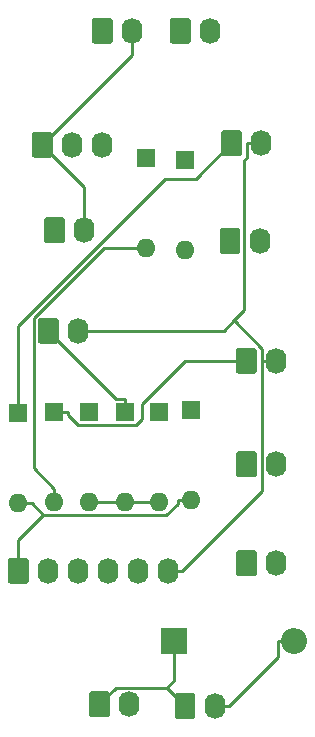
<source format=gbr>
G04 #@! TF.GenerationSoftware,KiCad,Pcbnew,(5.1.5-0-10_14)*
G04 #@! TF.CreationDate,2021-04-18T14:49:03+10:00*
G04 #@! TF.ProjectId,OH - Right Console - 12 -  Canopy Switch Breakers,4f48202d-2052-4696-9768-7420436f6e73,rev?*
G04 #@! TF.SameCoordinates,Original*
G04 #@! TF.FileFunction,Copper,L2,Bot*
G04 #@! TF.FilePolarity,Positive*
%FSLAX46Y46*%
G04 Gerber Fmt 4.6, Leading zero omitted, Abs format (unit mm)*
G04 Created by KiCad (PCBNEW (5.1.5-0-10_14)) date 2021-04-18 14:49:03*
%MOMM*%
%LPD*%
G04 APERTURE LIST*
%ADD10O,1.740000X2.200000*%
%ADD11C,0.100000*%
%ADD12O,2.200000X2.200000*%
%ADD13R,2.200000X2.200000*%
%ADD14O,1.600000X1.600000*%
%ADD15R,1.600000X1.600000*%
%ADD16C,0.250000*%
G04 APERTURE END LIST*
D10*
X109474000Y-110998000D03*
G04 #@! TA.AperFunction,ComponentPad*
D11*
G36*
X107578505Y-109899204D02*
G01*
X107602773Y-109902804D01*
X107626572Y-109908765D01*
X107649671Y-109917030D01*
X107671850Y-109927520D01*
X107692893Y-109940132D01*
X107712599Y-109954747D01*
X107730777Y-109971223D01*
X107747253Y-109989401D01*
X107761868Y-110009107D01*
X107774480Y-110030150D01*
X107784970Y-110052329D01*
X107793235Y-110075428D01*
X107799196Y-110099227D01*
X107802796Y-110123495D01*
X107804000Y-110147999D01*
X107804000Y-111848001D01*
X107802796Y-111872505D01*
X107799196Y-111896773D01*
X107793235Y-111920572D01*
X107784970Y-111943671D01*
X107774480Y-111965850D01*
X107761868Y-111986893D01*
X107747253Y-112006599D01*
X107730777Y-112024777D01*
X107712599Y-112041253D01*
X107692893Y-112055868D01*
X107671850Y-112068480D01*
X107649671Y-112078970D01*
X107626572Y-112087235D01*
X107602773Y-112093196D01*
X107578505Y-112096796D01*
X107554001Y-112098000D01*
X106313999Y-112098000D01*
X106289495Y-112096796D01*
X106265227Y-112093196D01*
X106241428Y-112087235D01*
X106218329Y-112078970D01*
X106196150Y-112068480D01*
X106175107Y-112055868D01*
X106155401Y-112041253D01*
X106137223Y-112024777D01*
X106120747Y-112006599D01*
X106106132Y-111986893D01*
X106093520Y-111965850D01*
X106083030Y-111943671D01*
X106074765Y-111920572D01*
X106068804Y-111896773D01*
X106065204Y-111872505D01*
X106064000Y-111848001D01*
X106064000Y-110147999D01*
X106065204Y-110123495D01*
X106068804Y-110099227D01*
X106074765Y-110075428D01*
X106083030Y-110052329D01*
X106093520Y-110030150D01*
X106106132Y-110009107D01*
X106120747Y-109989401D01*
X106137223Y-109971223D01*
X106155401Y-109954747D01*
X106175107Y-109940132D01*
X106196150Y-109927520D01*
X106218329Y-109917030D01*
X106241428Y-109908765D01*
X106265227Y-109902804D01*
X106289495Y-109899204D01*
X106313999Y-109898000D01*
X107554001Y-109898000D01*
X107578505Y-109899204D01*
G37*
G04 #@! TD.AperFunction*
D10*
X94615000Y-110109000D03*
G04 #@! TA.AperFunction,ComponentPad*
D11*
G36*
X92719505Y-109010204D02*
G01*
X92743773Y-109013804D01*
X92767572Y-109019765D01*
X92790671Y-109028030D01*
X92812850Y-109038520D01*
X92833893Y-109051132D01*
X92853599Y-109065747D01*
X92871777Y-109082223D01*
X92888253Y-109100401D01*
X92902868Y-109120107D01*
X92915480Y-109141150D01*
X92925970Y-109163329D01*
X92934235Y-109186428D01*
X92940196Y-109210227D01*
X92943796Y-109234495D01*
X92945000Y-109258999D01*
X92945000Y-110959001D01*
X92943796Y-110983505D01*
X92940196Y-111007773D01*
X92934235Y-111031572D01*
X92925970Y-111054671D01*
X92915480Y-111076850D01*
X92902868Y-111097893D01*
X92888253Y-111117599D01*
X92871777Y-111135777D01*
X92853599Y-111152253D01*
X92833893Y-111166868D01*
X92812850Y-111179480D01*
X92790671Y-111189970D01*
X92767572Y-111198235D01*
X92743773Y-111204196D01*
X92719505Y-111207796D01*
X92695001Y-111209000D01*
X91454999Y-111209000D01*
X91430495Y-111207796D01*
X91406227Y-111204196D01*
X91382428Y-111198235D01*
X91359329Y-111189970D01*
X91337150Y-111179480D01*
X91316107Y-111166868D01*
X91296401Y-111152253D01*
X91278223Y-111135777D01*
X91261747Y-111117599D01*
X91247132Y-111097893D01*
X91234520Y-111076850D01*
X91224030Y-111054671D01*
X91215765Y-111031572D01*
X91209804Y-111007773D01*
X91206204Y-110983505D01*
X91205000Y-110959001D01*
X91205000Y-109258999D01*
X91206204Y-109234495D01*
X91209804Y-109210227D01*
X91215765Y-109186428D01*
X91224030Y-109163329D01*
X91234520Y-109141150D01*
X91247132Y-109120107D01*
X91261747Y-109100401D01*
X91278223Y-109082223D01*
X91296401Y-109065747D01*
X91316107Y-109051132D01*
X91337150Y-109038520D01*
X91359329Y-109028030D01*
X91382428Y-109019765D01*
X91406227Y-109013804D01*
X91430495Y-109010204D01*
X91454999Y-109009000D01*
X92695001Y-109009000D01*
X92719505Y-109010204D01*
G37*
G04 #@! TD.AperFunction*
D10*
X110871000Y-121158000D03*
G04 #@! TA.AperFunction,ComponentPad*
D11*
G36*
X108975505Y-120059204D02*
G01*
X108999773Y-120062804D01*
X109023572Y-120068765D01*
X109046671Y-120077030D01*
X109068850Y-120087520D01*
X109089893Y-120100132D01*
X109109599Y-120114747D01*
X109127777Y-120131223D01*
X109144253Y-120149401D01*
X109158868Y-120169107D01*
X109171480Y-120190150D01*
X109181970Y-120212329D01*
X109190235Y-120235428D01*
X109196196Y-120259227D01*
X109199796Y-120283495D01*
X109201000Y-120307999D01*
X109201000Y-122008001D01*
X109199796Y-122032505D01*
X109196196Y-122056773D01*
X109190235Y-122080572D01*
X109181970Y-122103671D01*
X109171480Y-122125850D01*
X109158868Y-122146893D01*
X109144253Y-122166599D01*
X109127777Y-122184777D01*
X109109599Y-122201253D01*
X109089893Y-122215868D01*
X109068850Y-122228480D01*
X109046671Y-122238970D01*
X109023572Y-122247235D01*
X108999773Y-122253196D01*
X108975505Y-122256796D01*
X108951001Y-122258000D01*
X107710999Y-122258000D01*
X107686495Y-122256796D01*
X107662227Y-122253196D01*
X107638428Y-122247235D01*
X107615329Y-122238970D01*
X107593150Y-122228480D01*
X107572107Y-122215868D01*
X107552401Y-122201253D01*
X107534223Y-122184777D01*
X107517747Y-122166599D01*
X107503132Y-122146893D01*
X107490520Y-122125850D01*
X107480030Y-122103671D01*
X107471765Y-122080572D01*
X107465804Y-122056773D01*
X107462204Y-122032505D01*
X107461000Y-122008001D01*
X107461000Y-120307999D01*
X107462204Y-120283495D01*
X107465804Y-120259227D01*
X107471765Y-120235428D01*
X107480030Y-120212329D01*
X107490520Y-120190150D01*
X107503132Y-120169107D01*
X107517747Y-120149401D01*
X107534223Y-120131223D01*
X107552401Y-120114747D01*
X107572107Y-120100132D01*
X107593150Y-120087520D01*
X107615329Y-120077030D01*
X107638428Y-120068765D01*
X107662227Y-120062804D01*
X107686495Y-120059204D01*
X107710999Y-120058000D01*
X108951001Y-120058000D01*
X108975505Y-120059204D01*
G37*
G04 #@! TD.AperFunction*
D10*
X94107000Y-118618000D03*
G04 #@! TA.AperFunction,ComponentPad*
D11*
G36*
X92211505Y-117519204D02*
G01*
X92235773Y-117522804D01*
X92259572Y-117528765D01*
X92282671Y-117537030D01*
X92304850Y-117547520D01*
X92325893Y-117560132D01*
X92345599Y-117574747D01*
X92363777Y-117591223D01*
X92380253Y-117609401D01*
X92394868Y-117629107D01*
X92407480Y-117650150D01*
X92417970Y-117672329D01*
X92426235Y-117695428D01*
X92432196Y-117719227D01*
X92435796Y-117743495D01*
X92437000Y-117767999D01*
X92437000Y-119468001D01*
X92435796Y-119492505D01*
X92432196Y-119516773D01*
X92426235Y-119540572D01*
X92417970Y-119563671D01*
X92407480Y-119585850D01*
X92394868Y-119606893D01*
X92380253Y-119626599D01*
X92363777Y-119644777D01*
X92345599Y-119661253D01*
X92325893Y-119675868D01*
X92304850Y-119688480D01*
X92282671Y-119698970D01*
X92259572Y-119707235D01*
X92235773Y-119713196D01*
X92211505Y-119716796D01*
X92187001Y-119718000D01*
X90946999Y-119718000D01*
X90922495Y-119716796D01*
X90898227Y-119713196D01*
X90874428Y-119707235D01*
X90851329Y-119698970D01*
X90829150Y-119688480D01*
X90808107Y-119675868D01*
X90788401Y-119661253D01*
X90770223Y-119644777D01*
X90753747Y-119626599D01*
X90739132Y-119606893D01*
X90726520Y-119585850D01*
X90716030Y-119563671D01*
X90707765Y-119540572D01*
X90701804Y-119516773D01*
X90698204Y-119492505D01*
X90697000Y-119468001D01*
X90697000Y-117767999D01*
X90698204Y-117743495D01*
X90701804Y-117719227D01*
X90707765Y-117695428D01*
X90716030Y-117672329D01*
X90726520Y-117650150D01*
X90739132Y-117629107D01*
X90753747Y-117609401D01*
X90770223Y-117591223D01*
X90788401Y-117574747D01*
X90808107Y-117560132D01*
X90829150Y-117547520D01*
X90851329Y-117537030D01*
X90874428Y-117528765D01*
X90898227Y-117522804D01*
X90922495Y-117519204D01*
X90946999Y-117518000D01*
X92187001Y-117518000D01*
X92211505Y-117519204D01*
G37*
G04 #@! TD.AperFunction*
D10*
X96139000Y-102870000D03*
X93599000Y-102870000D03*
G04 #@! TA.AperFunction,ComponentPad*
D11*
G36*
X91703505Y-101771204D02*
G01*
X91727773Y-101774804D01*
X91751572Y-101780765D01*
X91774671Y-101789030D01*
X91796850Y-101799520D01*
X91817893Y-101812132D01*
X91837599Y-101826747D01*
X91855777Y-101843223D01*
X91872253Y-101861401D01*
X91886868Y-101881107D01*
X91899480Y-101902150D01*
X91909970Y-101924329D01*
X91918235Y-101947428D01*
X91924196Y-101971227D01*
X91927796Y-101995495D01*
X91929000Y-102019999D01*
X91929000Y-103720001D01*
X91927796Y-103744505D01*
X91924196Y-103768773D01*
X91918235Y-103792572D01*
X91909970Y-103815671D01*
X91899480Y-103837850D01*
X91886868Y-103858893D01*
X91872253Y-103878599D01*
X91855777Y-103896777D01*
X91837599Y-103913253D01*
X91817893Y-103927868D01*
X91796850Y-103940480D01*
X91774671Y-103950970D01*
X91751572Y-103959235D01*
X91727773Y-103965196D01*
X91703505Y-103968796D01*
X91679001Y-103970000D01*
X90438999Y-103970000D01*
X90414495Y-103968796D01*
X90390227Y-103965196D01*
X90366428Y-103959235D01*
X90343329Y-103950970D01*
X90321150Y-103940480D01*
X90300107Y-103927868D01*
X90280401Y-103913253D01*
X90262223Y-103896777D01*
X90245747Y-103878599D01*
X90231132Y-103858893D01*
X90218520Y-103837850D01*
X90208030Y-103815671D01*
X90199765Y-103792572D01*
X90193804Y-103768773D01*
X90190204Y-103744505D01*
X90189000Y-103720001D01*
X90189000Y-102019999D01*
X90190204Y-101995495D01*
X90193804Y-101971227D01*
X90199765Y-101947428D01*
X90208030Y-101924329D01*
X90218520Y-101902150D01*
X90231132Y-101881107D01*
X90245747Y-101861401D01*
X90262223Y-101843223D01*
X90280401Y-101826747D01*
X90300107Y-101812132D01*
X90321150Y-101799520D01*
X90343329Y-101789030D01*
X90366428Y-101780765D01*
X90390227Y-101774804D01*
X90414495Y-101771204D01*
X90438999Y-101770000D01*
X91679001Y-101770000D01*
X91703505Y-101771204D01*
G37*
G04 #@! TD.AperFunction*
D10*
X105283000Y-93218000D03*
G04 #@! TA.AperFunction,ComponentPad*
D11*
G36*
X103387505Y-92119204D02*
G01*
X103411773Y-92122804D01*
X103435572Y-92128765D01*
X103458671Y-92137030D01*
X103480850Y-92147520D01*
X103501893Y-92160132D01*
X103521599Y-92174747D01*
X103539777Y-92191223D01*
X103556253Y-92209401D01*
X103570868Y-92229107D01*
X103583480Y-92250150D01*
X103593970Y-92272329D01*
X103602235Y-92295428D01*
X103608196Y-92319227D01*
X103611796Y-92343495D01*
X103613000Y-92367999D01*
X103613000Y-94068001D01*
X103611796Y-94092505D01*
X103608196Y-94116773D01*
X103602235Y-94140572D01*
X103593970Y-94163671D01*
X103583480Y-94185850D01*
X103570868Y-94206893D01*
X103556253Y-94226599D01*
X103539777Y-94244777D01*
X103521599Y-94261253D01*
X103501893Y-94275868D01*
X103480850Y-94288480D01*
X103458671Y-94298970D01*
X103435572Y-94307235D01*
X103411773Y-94313196D01*
X103387505Y-94316796D01*
X103363001Y-94318000D01*
X102122999Y-94318000D01*
X102098495Y-94316796D01*
X102074227Y-94313196D01*
X102050428Y-94307235D01*
X102027329Y-94298970D01*
X102005150Y-94288480D01*
X101984107Y-94275868D01*
X101964401Y-94261253D01*
X101946223Y-94244777D01*
X101929747Y-94226599D01*
X101915132Y-94206893D01*
X101902520Y-94185850D01*
X101892030Y-94163671D01*
X101883765Y-94140572D01*
X101877804Y-94116773D01*
X101874204Y-94092505D01*
X101873000Y-94068001D01*
X101873000Y-92367999D01*
X101874204Y-92343495D01*
X101877804Y-92319227D01*
X101883765Y-92295428D01*
X101892030Y-92272329D01*
X101902520Y-92250150D01*
X101915132Y-92229107D01*
X101929747Y-92209401D01*
X101946223Y-92191223D01*
X101964401Y-92174747D01*
X101984107Y-92160132D01*
X102005150Y-92147520D01*
X102027329Y-92137030D01*
X102050428Y-92128765D01*
X102074227Y-92122804D01*
X102098495Y-92119204D01*
X102122999Y-92118000D01*
X103363001Y-92118000D01*
X103387505Y-92119204D01*
G37*
G04 #@! TD.AperFunction*
D10*
X98679000Y-93218000D03*
G04 #@! TA.AperFunction,ComponentPad*
D11*
G36*
X96783505Y-92119204D02*
G01*
X96807773Y-92122804D01*
X96831572Y-92128765D01*
X96854671Y-92137030D01*
X96876850Y-92147520D01*
X96897893Y-92160132D01*
X96917599Y-92174747D01*
X96935777Y-92191223D01*
X96952253Y-92209401D01*
X96966868Y-92229107D01*
X96979480Y-92250150D01*
X96989970Y-92272329D01*
X96998235Y-92295428D01*
X97004196Y-92319227D01*
X97007796Y-92343495D01*
X97009000Y-92367999D01*
X97009000Y-94068001D01*
X97007796Y-94092505D01*
X97004196Y-94116773D01*
X96998235Y-94140572D01*
X96989970Y-94163671D01*
X96979480Y-94185850D01*
X96966868Y-94206893D01*
X96952253Y-94226599D01*
X96935777Y-94244777D01*
X96917599Y-94261253D01*
X96897893Y-94275868D01*
X96876850Y-94288480D01*
X96854671Y-94298970D01*
X96831572Y-94307235D01*
X96807773Y-94313196D01*
X96783505Y-94316796D01*
X96759001Y-94318000D01*
X95518999Y-94318000D01*
X95494495Y-94316796D01*
X95470227Y-94313196D01*
X95446428Y-94307235D01*
X95423329Y-94298970D01*
X95401150Y-94288480D01*
X95380107Y-94275868D01*
X95360401Y-94261253D01*
X95342223Y-94244777D01*
X95325747Y-94226599D01*
X95311132Y-94206893D01*
X95298520Y-94185850D01*
X95288030Y-94163671D01*
X95279765Y-94140572D01*
X95273804Y-94116773D01*
X95270204Y-94092505D01*
X95269000Y-94068001D01*
X95269000Y-92367999D01*
X95270204Y-92343495D01*
X95273804Y-92319227D01*
X95279765Y-92295428D01*
X95288030Y-92272329D01*
X95298520Y-92250150D01*
X95311132Y-92229107D01*
X95325747Y-92209401D01*
X95342223Y-92191223D01*
X95360401Y-92174747D01*
X95380107Y-92160132D01*
X95401150Y-92147520D01*
X95423329Y-92137030D01*
X95446428Y-92128765D01*
X95470227Y-92122804D01*
X95494495Y-92119204D01*
X95518999Y-92118000D01*
X96759001Y-92118000D01*
X96783505Y-92119204D01*
G37*
G04 #@! TD.AperFunction*
D10*
X109601000Y-102743000D03*
G04 #@! TA.AperFunction,ComponentPad*
D11*
G36*
X107705505Y-101644204D02*
G01*
X107729773Y-101647804D01*
X107753572Y-101653765D01*
X107776671Y-101662030D01*
X107798850Y-101672520D01*
X107819893Y-101685132D01*
X107839599Y-101699747D01*
X107857777Y-101716223D01*
X107874253Y-101734401D01*
X107888868Y-101754107D01*
X107901480Y-101775150D01*
X107911970Y-101797329D01*
X107920235Y-101820428D01*
X107926196Y-101844227D01*
X107929796Y-101868495D01*
X107931000Y-101892999D01*
X107931000Y-103593001D01*
X107929796Y-103617505D01*
X107926196Y-103641773D01*
X107920235Y-103665572D01*
X107911970Y-103688671D01*
X107901480Y-103710850D01*
X107888868Y-103731893D01*
X107874253Y-103751599D01*
X107857777Y-103769777D01*
X107839599Y-103786253D01*
X107819893Y-103800868D01*
X107798850Y-103813480D01*
X107776671Y-103823970D01*
X107753572Y-103832235D01*
X107729773Y-103838196D01*
X107705505Y-103841796D01*
X107681001Y-103843000D01*
X106440999Y-103843000D01*
X106416495Y-103841796D01*
X106392227Y-103838196D01*
X106368428Y-103832235D01*
X106345329Y-103823970D01*
X106323150Y-103813480D01*
X106302107Y-103800868D01*
X106282401Y-103786253D01*
X106264223Y-103769777D01*
X106247747Y-103751599D01*
X106233132Y-103731893D01*
X106220520Y-103710850D01*
X106210030Y-103688671D01*
X106201765Y-103665572D01*
X106195804Y-103641773D01*
X106192204Y-103617505D01*
X106191000Y-103593001D01*
X106191000Y-101892999D01*
X106192204Y-101868495D01*
X106195804Y-101844227D01*
X106201765Y-101820428D01*
X106210030Y-101797329D01*
X106220520Y-101775150D01*
X106233132Y-101754107D01*
X106247747Y-101734401D01*
X106264223Y-101716223D01*
X106282401Y-101699747D01*
X106302107Y-101685132D01*
X106323150Y-101672520D01*
X106345329Y-101662030D01*
X106368428Y-101653765D01*
X106392227Y-101647804D01*
X106416495Y-101644204D01*
X106440999Y-101643000D01*
X107681001Y-101643000D01*
X107705505Y-101644204D01*
G37*
G04 #@! TD.AperFunction*
D10*
X105664000Y-150368000D03*
G04 #@! TA.AperFunction,ComponentPad*
D11*
G36*
X103768505Y-149269204D02*
G01*
X103792773Y-149272804D01*
X103816572Y-149278765D01*
X103839671Y-149287030D01*
X103861850Y-149297520D01*
X103882893Y-149310132D01*
X103902599Y-149324747D01*
X103920777Y-149341223D01*
X103937253Y-149359401D01*
X103951868Y-149379107D01*
X103964480Y-149400150D01*
X103974970Y-149422329D01*
X103983235Y-149445428D01*
X103989196Y-149469227D01*
X103992796Y-149493495D01*
X103994000Y-149517999D01*
X103994000Y-151218001D01*
X103992796Y-151242505D01*
X103989196Y-151266773D01*
X103983235Y-151290572D01*
X103974970Y-151313671D01*
X103964480Y-151335850D01*
X103951868Y-151356893D01*
X103937253Y-151376599D01*
X103920777Y-151394777D01*
X103902599Y-151411253D01*
X103882893Y-151425868D01*
X103861850Y-151438480D01*
X103839671Y-151448970D01*
X103816572Y-151457235D01*
X103792773Y-151463196D01*
X103768505Y-151466796D01*
X103744001Y-151468000D01*
X102503999Y-151468000D01*
X102479495Y-151466796D01*
X102455227Y-151463196D01*
X102431428Y-151457235D01*
X102408329Y-151448970D01*
X102386150Y-151438480D01*
X102365107Y-151425868D01*
X102345401Y-151411253D01*
X102327223Y-151394777D01*
X102310747Y-151376599D01*
X102296132Y-151356893D01*
X102283520Y-151335850D01*
X102273030Y-151313671D01*
X102264765Y-151290572D01*
X102258804Y-151266773D01*
X102255204Y-151242505D01*
X102254000Y-151218001D01*
X102254000Y-149517999D01*
X102255204Y-149493495D01*
X102258804Y-149469227D01*
X102264765Y-149445428D01*
X102273030Y-149422329D01*
X102283520Y-149400150D01*
X102296132Y-149379107D01*
X102310747Y-149359401D01*
X102327223Y-149341223D01*
X102345401Y-149324747D01*
X102365107Y-149310132D01*
X102386150Y-149297520D01*
X102408329Y-149287030D01*
X102431428Y-149278765D01*
X102455227Y-149272804D01*
X102479495Y-149269204D01*
X102503999Y-149268000D01*
X103744001Y-149268000D01*
X103768505Y-149269204D01*
G37*
G04 #@! TD.AperFunction*
D10*
X110871000Y-129921000D03*
G04 #@! TA.AperFunction,ComponentPad*
D11*
G36*
X108975505Y-128822204D02*
G01*
X108999773Y-128825804D01*
X109023572Y-128831765D01*
X109046671Y-128840030D01*
X109068850Y-128850520D01*
X109089893Y-128863132D01*
X109109599Y-128877747D01*
X109127777Y-128894223D01*
X109144253Y-128912401D01*
X109158868Y-128932107D01*
X109171480Y-128953150D01*
X109181970Y-128975329D01*
X109190235Y-128998428D01*
X109196196Y-129022227D01*
X109199796Y-129046495D01*
X109201000Y-129070999D01*
X109201000Y-130771001D01*
X109199796Y-130795505D01*
X109196196Y-130819773D01*
X109190235Y-130843572D01*
X109181970Y-130866671D01*
X109171480Y-130888850D01*
X109158868Y-130909893D01*
X109144253Y-130929599D01*
X109127777Y-130947777D01*
X109109599Y-130964253D01*
X109089893Y-130978868D01*
X109068850Y-130991480D01*
X109046671Y-131001970D01*
X109023572Y-131010235D01*
X108999773Y-131016196D01*
X108975505Y-131019796D01*
X108951001Y-131021000D01*
X107710999Y-131021000D01*
X107686495Y-131019796D01*
X107662227Y-131016196D01*
X107638428Y-131010235D01*
X107615329Y-131001970D01*
X107593150Y-130991480D01*
X107572107Y-130978868D01*
X107552401Y-130964253D01*
X107534223Y-130947777D01*
X107517747Y-130929599D01*
X107503132Y-130909893D01*
X107490520Y-130888850D01*
X107480030Y-130866671D01*
X107471765Y-130843572D01*
X107465804Y-130819773D01*
X107462204Y-130795505D01*
X107461000Y-130771001D01*
X107461000Y-129070999D01*
X107462204Y-129046495D01*
X107465804Y-129022227D01*
X107471765Y-128998428D01*
X107480030Y-128975329D01*
X107490520Y-128953150D01*
X107503132Y-128932107D01*
X107517747Y-128912401D01*
X107534223Y-128894223D01*
X107552401Y-128877747D01*
X107572107Y-128863132D01*
X107593150Y-128850520D01*
X107615329Y-128840030D01*
X107638428Y-128831765D01*
X107662227Y-128825804D01*
X107686495Y-128822204D01*
X107710999Y-128821000D01*
X108951001Y-128821000D01*
X108975505Y-128822204D01*
G37*
G04 #@! TD.AperFunction*
D10*
X110871000Y-138303000D03*
G04 #@! TA.AperFunction,ComponentPad*
D11*
G36*
X108975505Y-137204204D02*
G01*
X108999773Y-137207804D01*
X109023572Y-137213765D01*
X109046671Y-137222030D01*
X109068850Y-137232520D01*
X109089893Y-137245132D01*
X109109599Y-137259747D01*
X109127777Y-137276223D01*
X109144253Y-137294401D01*
X109158868Y-137314107D01*
X109171480Y-137335150D01*
X109181970Y-137357329D01*
X109190235Y-137380428D01*
X109196196Y-137404227D01*
X109199796Y-137428495D01*
X109201000Y-137452999D01*
X109201000Y-139153001D01*
X109199796Y-139177505D01*
X109196196Y-139201773D01*
X109190235Y-139225572D01*
X109181970Y-139248671D01*
X109171480Y-139270850D01*
X109158868Y-139291893D01*
X109144253Y-139311599D01*
X109127777Y-139329777D01*
X109109599Y-139346253D01*
X109089893Y-139360868D01*
X109068850Y-139373480D01*
X109046671Y-139383970D01*
X109023572Y-139392235D01*
X108999773Y-139398196D01*
X108975505Y-139401796D01*
X108951001Y-139403000D01*
X107710999Y-139403000D01*
X107686495Y-139401796D01*
X107662227Y-139398196D01*
X107638428Y-139392235D01*
X107615329Y-139383970D01*
X107593150Y-139373480D01*
X107572107Y-139360868D01*
X107552401Y-139346253D01*
X107534223Y-139329777D01*
X107517747Y-139311599D01*
X107503132Y-139291893D01*
X107490520Y-139270850D01*
X107480030Y-139248671D01*
X107471765Y-139225572D01*
X107465804Y-139201773D01*
X107462204Y-139177505D01*
X107461000Y-139153001D01*
X107461000Y-137452999D01*
X107462204Y-137428495D01*
X107465804Y-137404227D01*
X107471765Y-137380428D01*
X107480030Y-137357329D01*
X107490520Y-137335150D01*
X107503132Y-137314107D01*
X107517747Y-137294401D01*
X107534223Y-137276223D01*
X107552401Y-137259747D01*
X107572107Y-137245132D01*
X107593150Y-137232520D01*
X107615329Y-137222030D01*
X107638428Y-137213765D01*
X107662227Y-137207804D01*
X107686495Y-137204204D01*
X107710999Y-137203000D01*
X108951001Y-137203000D01*
X108975505Y-137204204D01*
G37*
G04 #@! TD.AperFunction*
D10*
X98425000Y-150241000D03*
G04 #@! TA.AperFunction,ComponentPad*
D11*
G36*
X96529505Y-149142204D02*
G01*
X96553773Y-149145804D01*
X96577572Y-149151765D01*
X96600671Y-149160030D01*
X96622850Y-149170520D01*
X96643893Y-149183132D01*
X96663599Y-149197747D01*
X96681777Y-149214223D01*
X96698253Y-149232401D01*
X96712868Y-149252107D01*
X96725480Y-149273150D01*
X96735970Y-149295329D01*
X96744235Y-149318428D01*
X96750196Y-149342227D01*
X96753796Y-149366495D01*
X96755000Y-149390999D01*
X96755000Y-151091001D01*
X96753796Y-151115505D01*
X96750196Y-151139773D01*
X96744235Y-151163572D01*
X96735970Y-151186671D01*
X96725480Y-151208850D01*
X96712868Y-151229893D01*
X96698253Y-151249599D01*
X96681777Y-151267777D01*
X96663599Y-151284253D01*
X96643893Y-151298868D01*
X96622850Y-151311480D01*
X96600671Y-151321970D01*
X96577572Y-151330235D01*
X96553773Y-151336196D01*
X96529505Y-151339796D01*
X96505001Y-151341000D01*
X95264999Y-151341000D01*
X95240495Y-151339796D01*
X95216227Y-151336196D01*
X95192428Y-151330235D01*
X95169329Y-151321970D01*
X95147150Y-151311480D01*
X95126107Y-151298868D01*
X95106401Y-151284253D01*
X95088223Y-151267777D01*
X95071747Y-151249599D01*
X95057132Y-151229893D01*
X95044520Y-151208850D01*
X95034030Y-151186671D01*
X95025765Y-151163572D01*
X95019804Y-151139773D01*
X95016204Y-151115505D01*
X95015000Y-151091001D01*
X95015000Y-149390999D01*
X95016204Y-149366495D01*
X95019804Y-149342227D01*
X95025765Y-149318428D01*
X95034030Y-149295329D01*
X95044520Y-149273150D01*
X95057132Y-149252107D01*
X95071747Y-149232401D01*
X95088223Y-149214223D01*
X95106401Y-149197747D01*
X95126107Y-149183132D01*
X95147150Y-149170520D01*
X95169329Y-149160030D01*
X95192428Y-149151765D01*
X95216227Y-149145804D01*
X95240495Y-149142204D01*
X95264999Y-149141000D01*
X96505001Y-149141000D01*
X96529505Y-149142204D01*
G37*
G04 #@! TD.AperFunction*
D10*
X101727000Y-138938000D03*
X99187000Y-138938000D03*
X96647000Y-138938000D03*
X94107000Y-138938000D03*
X91567000Y-138938000D03*
G04 #@! TA.AperFunction,ComponentPad*
D11*
G36*
X89671505Y-137839204D02*
G01*
X89695773Y-137842804D01*
X89719572Y-137848765D01*
X89742671Y-137857030D01*
X89764850Y-137867520D01*
X89785893Y-137880132D01*
X89805599Y-137894747D01*
X89823777Y-137911223D01*
X89840253Y-137929401D01*
X89854868Y-137949107D01*
X89867480Y-137970150D01*
X89877970Y-137992329D01*
X89886235Y-138015428D01*
X89892196Y-138039227D01*
X89895796Y-138063495D01*
X89897000Y-138087999D01*
X89897000Y-139788001D01*
X89895796Y-139812505D01*
X89892196Y-139836773D01*
X89886235Y-139860572D01*
X89877970Y-139883671D01*
X89867480Y-139905850D01*
X89854868Y-139926893D01*
X89840253Y-139946599D01*
X89823777Y-139964777D01*
X89805599Y-139981253D01*
X89785893Y-139995868D01*
X89764850Y-140008480D01*
X89742671Y-140018970D01*
X89719572Y-140027235D01*
X89695773Y-140033196D01*
X89671505Y-140036796D01*
X89647001Y-140038000D01*
X88406999Y-140038000D01*
X88382495Y-140036796D01*
X88358227Y-140033196D01*
X88334428Y-140027235D01*
X88311329Y-140018970D01*
X88289150Y-140008480D01*
X88268107Y-139995868D01*
X88248401Y-139981253D01*
X88230223Y-139964777D01*
X88213747Y-139946599D01*
X88199132Y-139926893D01*
X88186520Y-139905850D01*
X88176030Y-139883671D01*
X88167765Y-139860572D01*
X88161804Y-139836773D01*
X88158204Y-139812505D01*
X88157000Y-139788001D01*
X88157000Y-138087999D01*
X88158204Y-138063495D01*
X88161804Y-138039227D01*
X88167765Y-138015428D01*
X88176030Y-137992329D01*
X88186520Y-137970150D01*
X88199132Y-137949107D01*
X88213747Y-137929401D01*
X88230223Y-137911223D01*
X88248401Y-137894747D01*
X88268107Y-137880132D01*
X88289150Y-137867520D01*
X88311329Y-137857030D01*
X88334428Y-137848765D01*
X88358227Y-137842804D01*
X88382495Y-137839204D01*
X88406999Y-137838000D01*
X89647001Y-137838000D01*
X89671505Y-137839204D01*
G37*
G04 #@! TD.AperFunction*
D12*
X112395000Y-144907000D03*
D13*
X102235000Y-144907000D03*
D14*
X92075000Y-133096000D03*
D15*
X92075000Y-125476000D03*
D14*
X98044000Y-133096000D03*
D15*
X98044000Y-125476000D03*
D14*
X100965000Y-133096000D03*
D15*
X100965000Y-125476000D03*
D14*
X94996000Y-133096000D03*
D15*
X94996000Y-125476000D03*
D14*
X103124000Y-111760000D03*
D15*
X103124000Y-104140000D03*
D14*
X99822000Y-111633000D03*
D15*
X99822000Y-104013000D03*
D14*
X89027000Y-133223000D03*
D15*
X89027000Y-125603000D03*
D14*
X103632000Y-132969000D03*
D15*
X103632000Y-125349000D03*
D16*
X91147700Y-134221400D02*
X90152300Y-133226000D01*
X90152300Y-133226000D02*
X90152300Y-133223000D01*
X102506700Y-132969000D02*
X102506700Y-133250300D01*
X102506700Y-133250300D02*
X101535600Y-134221400D01*
X101535600Y-134221400D02*
X91147700Y-134221400D01*
X91147700Y-134221400D02*
X89027000Y-136342100D01*
X89027000Y-136342100D02*
X89027000Y-138938000D01*
X89027000Y-133223000D02*
X90152300Y-133223000D01*
X103632000Y-132969000D02*
X102506700Y-132969000D01*
X89027000Y-125603000D02*
X89027000Y-118204500D01*
X89027000Y-118204500D02*
X101455500Y-105776000D01*
X101455500Y-105776000D02*
X104028000Y-105776000D01*
X104028000Y-105776000D02*
X107061000Y-102743000D01*
X92075000Y-133096000D02*
X92075000Y-131970700D01*
X99822000Y-111633000D02*
X96245600Y-111633000D01*
X96245600Y-111633000D02*
X90356700Y-117521900D01*
X90356700Y-117521900D02*
X90356700Y-130252400D01*
X90356700Y-130252400D02*
X92075000Y-131970700D01*
X100965000Y-133096000D02*
X98044000Y-133096000D01*
X94996000Y-133096000D02*
X98044000Y-133096000D01*
X98044000Y-125476000D02*
X98044000Y-124350700D01*
X98044000Y-124350700D02*
X97299700Y-124350700D01*
X97299700Y-124350700D02*
X91567000Y-118618000D01*
X92075000Y-125476000D02*
X93200300Y-125476000D01*
X93200300Y-125476000D02*
X93200300Y-125757300D01*
X93200300Y-125757300D02*
X94044400Y-126601400D01*
X94044400Y-126601400D02*
X98980500Y-126601400D01*
X98980500Y-126601400D02*
X99504500Y-126077400D01*
X99504500Y-126077400D02*
X99504500Y-124828900D01*
X99504500Y-124828900D02*
X103175400Y-121158000D01*
X103175400Y-121158000D02*
X108331000Y-121158000D01*
X105664000Y-150368000D02*
X106859300Y-150368000D01*
X112395000Y-144907000D02*
X110969700Y-144907000D01*
X110969700Y-144907000D02*
X110969700Y-146257600D01*
X110969700Y-146257600D02*
X106859300Y-150368000D01*
X101571600Y-148815600D02*
X103124000Y-150368000D01*
X95885000Y-150241000D02*
X97310400Y-148815600D01*
X97310400Y-148815600D02*
X101571600Y-148815600D01*
X102235000Y-144907000D02*
X102235000Y-148152200D01*
X102235000Y-148152200D02*
X101571600Y-148815600D01*
X107278900Y-117739500D02*
X106400400Y-118618000D01*
X106400400Y-118618000D02*
X94107000Y-118618000D01*
X108405700Y-102743000D02*
X108405700Y-103938300D01*
X108405700Y-103938300D02*
X108130300Y-104213700D01*
X108130300Y-104213700D02*
X108130300Y-116888100D01*
X108130300Y-116888100D02*
X107278900Y-117739500D01*
X107278900Y-117739500D02*
X109675700Y-120136300D01*
X109675700Y-120136300D02*
X109675700Y-121158000D01*
X110871000Y-121158000D02*
X109675700Y-121158000D01*
X101727000Y-138938000D02*
X102922300Y-138938000D01*
X102922300Y-138938000D02*
X109675700Y-132184600D01*
X109675700Y-132184600D02*
X109675700Y-121158000D01*
X109601000Y-102743000D02*
X108405700Y-102743000D01*
X94615000Y-110109000D02*
X94615000Y-106426000D01*
X94615000Y-106426000D02*
X91059000Y-102870000D01*
X91059000Y-102870000D02*
X98679000Y-95250000D01*
X98679000Y-95250000D02*
X98679000Y-93218000D01*
M02*

</source>
